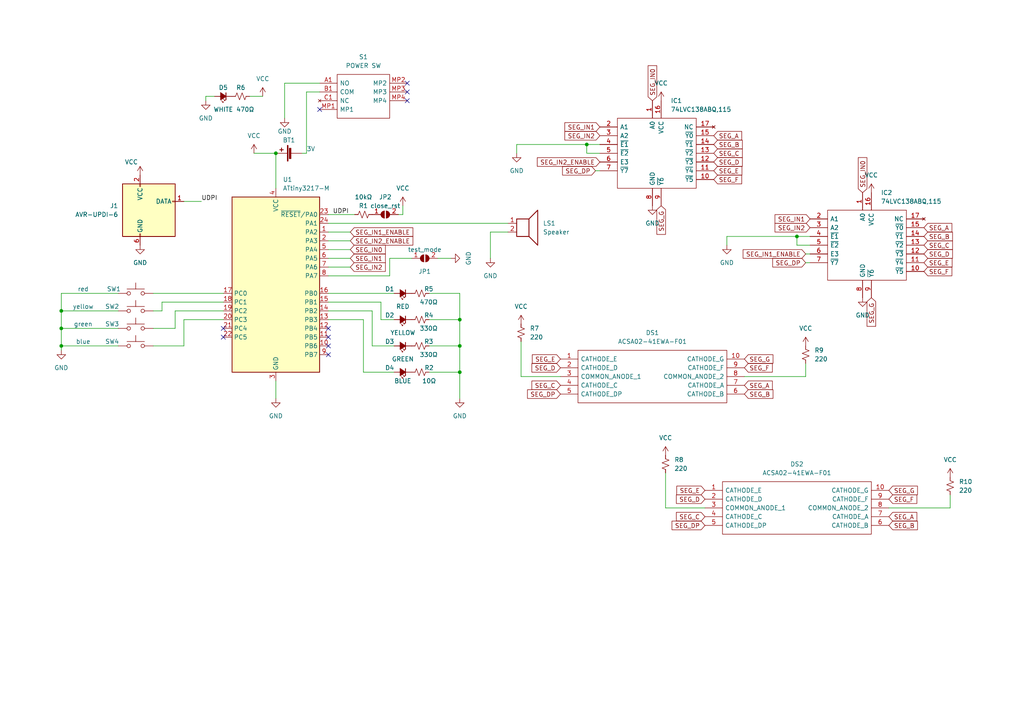
<source format=kicad_sch>
(kicad_sch (version 20211123) (generator eeschema)
  (paper "A4")
  (title_block (title "Simon Game") (date "2022-03-24") (company "by MIke Fischthal"))
  (lib_symbols
    (symbol "Connector:AVR-UPDI-6" (pin_names (offset 1.016))
      (property "Reference" "J" (at -6.35 8.89 0))
      (property "Value" "AVR-UPDI-6" (at 0 8.89 0))
      (symbol "AVR-UPDI-6_0_1"
        (rectangle (start -2.667 -6.858) (end -2.413 -7.62))
        (rectangle (start -2.667 7.62) (end -2.413 6.858))
        (rectangle (start 7.62 2.667) (end 6.858 2.413))
        (rectangle (start 7.62 7.62) (end -7.62 -7.62) (stroke (width 0.254)) (fill (type background)))
      )
      (symbol "AVR-UPDI-6_1_1"
        (pin passive line (at 10.16 2.54 180) (length 2.54) (name "DATA") (number "1"))
        (pin passive line (at -2.54 10.16 270) (length 2.54) (name "VCC") (number "2"))
        (pin no_connect line (at 7.62 0 180) (length 2.54) hide (name "NC") (number "3"))
        (pin no_connect line (at 7.62 -2.54 180) (length 2.54) hide (name "NC") (number "4"))
        (pin no_connect line (at 7.62 -5.08 180) (length 2.54) hide (name "NC") (number "5"))
        (pin passive line (at -2.54 -10.16 90) (length 2.54) (name "GND") (number "6"))
      )
    )
    (symbol "Device:Battery_Cell" (pin_numbers hide) (pin_names (offset 0) hide)
      (property "Reference" "BT" (at 2.54 2.54 0))
      (property "Value" "Battery_Cell" (at 2.54 0 0))
      (symbol "Battery_Cell_0_1"
        (rectangle (start -2.286 1.778) (end 2.286 1.524) (fill (type outline)))
        (rectangle (start -1.5748 1.1938) (end 1.4732 0.6858) (fill (type outline)))
        (polyline (pts (xy 0 0.762) (xy 0 0)))
        (polyline (pts (xy 0 1.778) (xy 0 2.54)))
        (polyline (pts (xy 0.508 3.429) (xy 1.524 3.429)) (stroke (width 0.254)))
        (polyline (pts (xy 1.016 3.937) (xy 1.016 2.921)) (stroke (width 0.254)))
      )
      (symbol "Battery_Cell_1_1"
        (pin passive line (at 0 5.08 270) (length 2.54) (name "+") (number "1"))
        (pin passive line (at 0 -2.54 90) (length 2.54) (name "-") (number "2"))
      )
    )
    (symbol "Device:LED_Small_Filled" (pin_numbers hide) (pin_names (offset 0.254) hide)
      (property "Reference" "D" (at -1.27 3.175 0))
      (property "Value" "LED_Small_Filled" (at -4.445 -2.54 0))
      (symbol "LED_Small_Filled_0_1"
        (polyline (pts (xy -0.762 -1.016) (xy -0.762 1.016)) (stroke (width 0.254)))
        (polyline (pts (xy 1.016 0) (xy -0.762 0)))
        (polyline (pts (xy 0.762 -1.016) (xy -0.762 0) (xy 0.762 1.016) (xy 0.762 -1.016)) (stroke (width 0.254)) (fill (type outline)))
        (polyline (pts (xy 0 0.762) (xy -0.508 1.27) (xy -0.254 1.27) (xy -0.508 1.27) (xy -0.508 1.016)))
        (polyline (pts (xy 0.508 1.27) (xy 0 1.778) (xy 0.254 1.778) (xy 0 1.778) (xy 0 1.524)))
      )
      (symbol "LED_Small_Filled_1_1"
        (pin passive line (at -2.54 0 0) (length 1.778) (name "K") (number "1"))
        (pin passive line (at 2.54 0 180) (length 1.778) (name "A") (number "2"))
      )
    )
    (symbol "Device:R_Small_US" (pin_numbers hide) (pin_names (offset 0.254) hide)
      (property "Reference" "R" (at 0.762 0.508 0))
      (property "Value" "R_Small_US" (at 0.762 -1.016 0))
      (symbol "R_Small_US_1_1"
        (polyline (pts (xy 0 0) (xy 1.016 -0.381) (xy 0 -0.762) (xy -1.016 -1.143) (xy 0 -1.524)))
        (polyline (pts (xy 0 1.524) (xy 1.016 1.143) (xy 0 0.762) (xy -1.016 0.381) (xy 0 0)))
        (pin passive line (at 0 2.54 270) (length 1.016) (name "~") (number "1"))
        (pin passive line (at 0 -2.54 90) (length 1.016) (name "~") (number "2"))
      )
    )
    (symbol "Device:Speaker" (pin_names (offset 0) hide)
      (property "Reference" "LS" (at 1.27 5.715 0))
      (property "Value" "Speaker" (at 1.27 3.81 0))
      (symbol "Speaker_0_0"
        (rectangle (start -2.54 1.27) (end 1.016 -3.81) (stroke (width 0.254)))
        (polyline (pts (xy 1.016 1.27) (xy 3.556 3.81) (xy 3.556 -6.35) (xy 1.016 -3.81)) (stroke (width 0.254)))
      )
      (symbol "Speaker_1_1"
        (pin input line (at -5.08 0 0) (length 2.54) (name "1") (number "1"))
        (pin input line (at -5.08 -2.54 0) (length 2.54) (name "2") (number "2"))
      )
    )
    (symbol "Jumper:SolderJumper_2_Open" (pin_names (offset 0) hide)
      (property "Reference" "JP" (at 0 2.032 0))
      (property "Value" "SolderJumper_2_Open" (at 0 -2.54 0))
      (symbol "SolderJumper_2_Open_0_1"
        (arc (start -0.254 1.016) (mid -1.27 0) (end -0.254 -1.016))
        (arc (start -0.254 1.016) (mid -1.27 0) (end -0.254 -1.016) (fill (type outline)))
        (polyline (pts (xy -0.254 1.016) (xy -0.254 -1.016)))
        (polyline (pts (xy 0.254 1.016) (xy 0.254 -1.016)))
        (arc (start 0.254 -1.016) (mid 1.27 0) (end 0.254 1.016))
        (arc (start 0.254 -1.016) (mid 1.27 0) (end 0.254 1.016) (fill (type outline)))
      )
      (symbol "SolderJumper_2_Open_1_1"
        (pin passive line (at -3.81 0 0) (length 2.54) (name "A") (number "1"))
        (pin passive line (at 3.81 0 180) (length 2.54) (name "B") (number "2"))
      )
    )
    (symbol "MCU_Microchip_ATtiny:ATtiny3217-M"
      (property "Reference" "U" (at -12.7 26.67 0))
      (property "Value" "ATtiny3217-M" (at 2.54 -26.67 0))
      (symbol "ATtiny3217-M_0_1"
        (rectangle (start -12.7 -25.4) (end 12.7 25.4) (stroke (width 0.254)) (fill (type background)))
      )
      (symbol "ATtiny3217-M_1_1"
        (pin bidirectional line (at 15.24 15.24 180) (length 2.54) (name "PA2") (number "1"))
        (pin bidirectional line (at 15.24 -17.78 180) (length 2.54) (name "PB6") (number "10"))
        (pin bidirectional line (at 15.24 -15.24 180) (length 2.54) (name "PB5") (number "11"))
        (pin bidirectional line (at 15.24 -12.7 180) (length 2.54) (name "PB4") (number "12"))
        (pin bidirectional line (at 15.24 -10.16 180) (length 2.54) (name "PB3") (number "13"))
        (pin bidirectional line (at 15.24 -7.62 180) (length 2.54) (name "PB2") (number "14"))
        (pin bidirectional line (at 15.24 -5.08 180) (length 2.54) (name "PB1") (number "15"))
        (pin bidirectional line (at 15.24 -2.54 180) (length 2.54) (name "PB0") (number "16"))
        (pin bidirectional line (at -15.24 -2.54 0) (length 2.54) (name "PC0") (number "17"))
        (pin bidirectional line (at -15.24 -5.08 0) (length 2.54) (name "PC1") (number "18"))
        (pin bidirectional line (at -15.24 -7.62 0) (length 2.54) (name "PC2") (number "19"))
        (pin bidirectional line (at 15.24 12.7 180) (length 2.54) (name "PA3") (number "2"))
        (pin bidirectional line (at -15.24 -10.16 0) (length 2.54) (name "PC3") (number "20"))
        (pin bidirectional line (at -15.24 -12.7 0) (length 2.54) (name "PC4") (number "21"))
        (pin bidirectional line (at -15.24 -15.24 0) (length 2.54) (name "PC5") (number "22"))
        (pin bidirectional line (at 15.24 20.32 180) (length 2.54) (name "~{RESET}/PA0") (number "23"))
        (pin bidirectional line (at 15.24 17.78 180) (length 2.54) (name "PA1") (number "24"))
        (pin passive line (at 0 -27.94 90) (length 2.54) hide (name "GND") (number "25"))
        (pin power_in line (at 0 -27.94 90) (length 2.54) (name "GND") (number "3"))
        (pin power_in line (at 0 27.94 270) (length 2.54) (name "VCC") (number "4"))
        (pin bidirectional line (at 15.24 10.16 180) (length 2.54) (name "PA4") (number "5"))
        (pin bidirectional line (at 15.24 7.62 180) (length 2.54) (name "PA5") (number "6"))
        (pin bidirectional line (at 15.24 5.08 180) (length 2.54) (name "PA6") (number "7"))
        (pin bidirectional line (at 15.24 2.54 180) (length 2.54) (name "PA7") (number "8"))
        (pin bidirectional line (at 15.24 -20.32 180) (length 2.54) (name "PB7") (number "9"))
      )
    )
    (symbol "SW_Push_1" (pin_numbers hide) (pin_names (offset 1.016) hide)
      (property "Reference" "SW1" (at -6.35 1.27 0))
      (property "Value" "red" (at -15.24 1.27 0))
      (symbol "SW_Push_1_0_1"
        (circle (center -2.032 0) (radius 0.508))
        (polyline (pts (xy 0 1.27) (xy 0 3.048)))
        (polyline (pts (xy 2.54 1.27) (xy -2.54 1.27)))
        (circle (center 2.032 0) (radius 0.508))
        (pin passive line (at 5.08 0 180) (length 2.54) (name "1") (number "1"))
        (pin passive line (at -5.08 0 0) (length 2.54) (name "1") (number "4"))
      )
    )
    (symbol "SW_Push_2" (pin_numbers hide) (pin_names (offset 1.016) hide)
      (property "Reference" "SW2" (at -8.89 1.27 0))
      (property "Value" "yellow" (at -15.24 1.27 0))
      (symbol "SW_Push_2_0_1"
        (circle (center -2.032 0) (radius 0.508))
        (polyline (pts (xy 0 1.27) (xy 0 3.048)))
        (polyline (pts (xy 2.54 1.27) (xy -2.54 1.27)))
        (circle (center 2.032 0) (radius 0.508))
        (pin passive line (at 5.08 0 180) (length 2.54) (name "2") (number "1"))
        (pin passive line (at -5.08 0 0) (length 2.54) (name "1") (number "4"))
      )
    )
    (symbol "SW_Push_3" (pin_numbers hide) (pin_names (offset 1.016) hide)
      (property "Reference" "SW3" (at -8.89 1.27 0))
      (property "Value" "green" (at -15.24 1.27 0))
      (symbol "SW_Push_3_0_1"
        (circle (center -2.032 0) (radius 0.508))
        (polyline (pts (xy 0 1.27) (xy 0 3.048)))
        (polyline (pts (xy 2.54 1.27) (xy -2.54 1.27)))
        (circle (center 2.032 0) (radius 0.508))
        (pin passive line (at 5.08 0 180) (length 2.54) (name "2") (number "1"))
        (pin passive line (at -5.08 0 0) (length 2.54) (name "1") (number "4"))
      )
    )
    (symbol "SamacSys_Parts:74LVC138ABQ,115" (pin_names (offset 0.762))
      (property "Reference" "IC" (at 26.67 15.24 0))
      (property "Value" "74LVC138ABQ,115" (at 26.67 12.7 0))
      (symbol "74LVC138ABQ,115_0_0"
        (pin passive line (at 0 -2.54 0) (length 5.08) (name "A0") (number "1"))
        (pin passive line (at 22.86 15.24 270) (length 5.08) (name "~{Y5}") (number "10"))
        (pin passive line (at 20.32 15.24 270) (length 5.08) (name "~{Y4}") (number "11"))
        (pin passive line (at 17.78 15.24 270) (length 5.08) (name "~{Y3}") (number "12"))
        (pin passive line (at 15.24 15.24 270) (length 5.08) (name "~{Y2}") (number "13"))
        (pin passive line (at 12.7 15.24 270) (length 5.08) (name "~{Y1}") (number "14"))
        (pin passive line (at 10.16 15.24 270) (length 5.08) (name "~{Y0}") (number "15"))
        (pin passive line (at 0 0 0) (length 5.08) (name "VCC") (number "16"))
        (pin no_connect line (at 7.62 15.24 270) (length 5.08) (name "NC") (number "17"))
        (pin passive line (at 7.62 -17.78 90) (length 5.08) (name "A1") (number "2"))
        (pin passive line (at 10.16 -17.78 90) (length 5.08) (name "A2") (number "3"))
        (pin passive line (at 12.7 -17.78 90) (length 5.08) (name "~{E1}") (number "4"))
        (pin passive line (at 15.24 -17.78 90) (length 5.08) (name "~{E2}") (number "5"))
        (pin passive line (at 17.78 -17.78 90) (length 5.08) (name "E3") (number "6"))
        (pin passive line (at 20.32 -17.78 90) (length 5.08) (name "~{Y7}") (number "7"))
        (pin passive line (at 30.48 -2.54 180) (length 5.08) (name "GND") (number "8"))
        (pin passive line (at 30.48 0 180) (length 5.08) (name "~{Y6}") (number "9"))
      )
      (symbol "74LVC138ABQ,115_0_1"
        (polyline (pts (xy 5.08 10.16) (xy 25.4 10.16) (xy 25.4 -12.7) (xy 5.08 -12.7) (xy 5.08 10.16)) (stroke (width 0.1524)))
      )
    )
    (symbol "SamacSys_Parts:ACSA02-41EWA-F01" (pin_names (offset 0.762))
      (property "Reference" "DS" (at 49.53 7.62 0))
      (property "Value" "ACSA02-41EWA-F01" (at 49.53 5.08 0))
      (symbol "ACSA02-41EWA-F01_0_0"
        (pin passive line (at 0 0 0) (length 5.08) (name "CATHODE_E") (number "1"))
        (pin passive line (at 53.34 0 180) (length 5.08) (name "CATHODE_G") (number "10"))
        (pin passive line (at 0 -2.54 0) (length 5.08) (name "CATHODE_D") (number "2"))
        (pin passive line (at 0 -5.08 0) (length 5.08) (name "COMMON_ANODE_1") (number "3"))
        (pin passive line (at 0 -7.62 0) (length 5.08) (name "CATHODE_C") (number "4"))
        (pin passive line (at 0 -10.16 0) (length 5.08) (name "CATHODE_DP") (number "5"))
        (pin passive line (at 53.34 -10.16 180) (length 5.08) (name "CATHODE_B") (number "6"))
        (pin passive line (at 53.34 -7.62 180) (length 5.08) (name "CATHODE_A") (number "7"))
        (pin passive line (at 53.34 -5.08 180) (length 5.08) (name "COMMON_ANODE_2") (number "8"))
        (pin passive line (at 53.34 -2.54 180) (length 5.08) (name "CATHODE_F") (number "9"))
      )
      (symbol "ACSA02-41EWA-F01_0_1"
        (polyline (pts (xy 5.08 2.54) (xy 48.26 2.54) (xy 48.26 -12.7) (xy 5.08 -12.7) (xy 5.08 2.54)) (stroke (width 0.1524)))
      )
    )
    (symbol "SamacSys_Parts:MSS3-V-T_R" (pin_names (offset 0.762))
      (property "Reference" "S" (at 21.59 7.62 0))
      (property "Value" "MSS3-V-T_R" (at 21.59 5.08 0))
      (symbol "MSS3-V-T_R_0_0"
        (pin passive line (at 0 0 0) (length 5.08) (name "NO") (number "A1"))
        (pin passive line (at 0 -2.54 0) (length 5.08) (name "COM") (number "B1"))
        (pin no_connect line (at 0 -5.08 0) (length 5.08) (name "NC") (number "C1"))
        (pin passive line (at 0 -7.62 0) (length 5.08) (name "MP1") (number "MP1"))
        (pin passive line (at 25.4 0 180) (length 5.08) (name "MP2") (number "MP2"))
        (pin passive line (at 25.4 -2.54 180) (length 5.08) (name "MP3") (number "MP3"))
        (pin passive line (at 25.4 -5.08 180) (length 5.08) (name "MP4") (number "MP4"))
      )
      (symbol "MSS3-V-T_R_0_1"
        (polyline (pts (xy 5.08 2.54) (xy 20.32 2.54) (xy 20.32 -10.16) (xy 5.08 -10.16) (xy 5.08 2.54)) (stroke (width 0.1524)))
      )
    )
    (symbol "Switch:SW_Push" (pin_numbers hide) (pin_names (offset 1.016) hide)
      (property "Reference" "SW4" (at -8.89 1.27 0))
      (property "Value" "blue" (at -15.24 1.27 0))
      (symbol "SW_Push_0_1"
        (circle (center -2.032 0) (radius 0.508))
        (polyline (pts (xy 0 1.27) (xy 0 3.048)))
        (polyline (pts (xy 2.54 1.27) (xy -2.54 1.27)))
        (circle (center 2.032 0) (radius 0.508))
        (pin passive line (at 5.08 0 180) (length 2.54) (name "2") (number "1"))
        (pin passive line (at -5.08 0 0) (length 2.54) (name "1") (number "4"))
      )
    )
    (symbol "power:GND" (power) (pin_names (offset 0))
      (property "Value" "GND" (at 0 -3.81 0))
      (symbol "GND_0_1"
        (polyline (pts (xy 0 0) (xy 0 -1.27) (xy 1.27 -1.27) (xy 0 -2.54) (xy -1.27 -1.27) (xy 0 -1.27)))
      )
      (symbol "GND_1_1"
        (pin power_in line (at 0 0 270) (length 0) hide (name "GND") (number "1"))
      )
    )
    (symbol "power:VCC" (power) (pin_names (offset 0))
      (property "Value" "VCC" (at 0 3.81 0))
      (symbol "VCC_0_1"
        (polyline (pts (xy -0.762 1.27) (xy 0 2.54)))
        (polyline (pts (xy 0 0) (xy 0 2.54)))
        (polyline (pts (xy 0 2.54) (xy 0.762 1.27)))
      )
      (symbol "VCC_1_1"
        (pin power_in line (at 0 0 90) (length 0) hide (name "VCC") (number "1"))
      )
    )
  )
  (junction (at 133.35 92.71))
  (junction (at 80.01 44.45))
  (junction (at 133.35 107.95))
  (junction (at 231.14 68.58))
  (junction (at 17.78 100.33))
  (junction (at 170.18 41.91))
  (junction (at 17.78 95.25))
  (junction (at 17.78 90.17))
  (junction (at 133.35 100.33))
  (no_connect (at 118.11 24.13))
  (no_connect (at 118.11 26.67))
  (no_connect (at 118.11 29.21))
  (no_connect (at 92.71 31.75))
  (no_connect (at 95.25 102.87))
  (no_connect (at 95.25 97.79))
  (no_connect (at 95.25 100.33))
  (no_connect (at 64.77 95.25))
  (no_connect (at 64.77 97.79))
  (no_connect (at 95.25 95.25))
  (wire (pts (xy 233.68 76.2) (xy 234.95 76.2)))
  (wire (pts (xy 95.25 62.23) (xy 102.87 62.23)))
  (wire (pts (xy 113.03 74.93) (xy 113.03 80.01)))
  (wire (pts (xy 95.25 77.47) (xy 101.6 77.47)))
  (wire (pts (xy 233.68 73.66) (xy 234.95 73.66)))
  (wire (pts (xy 95.25 69.85) (xy 101.6 69.85)))
  (wire (pts (xy 34.29 85.09) (xy 17.78 85.09)))
  (wire (pts (xy 124.46 107.95) (xy 133.35 107.95)))
  (wire (pts (xy 193.04 137.16) (xy 193.04 147.32)))
  (wire (pts (xy 105.41 107.95) (xy 114.3 107.95)))
  (wire (pts (xy 151.13 99.06) (xy 151.13 109.22)))
  (wire (pts (xy 95.25 64.77) (xy 147.32 64.77)))
  (wire (pts (xy 173.99 44.45) (xy 170.18 44.45)))
  (wire (pts (xy 116.84 62.23) (xy 115.57 62.23)))
  (wire (pts (xy 133.35 85.09) (xy 133.35 92.71)))
  (wire (pts (xy 64.77 87.63) (xy 46.99 87.63)))
  (wire (pts (xy 127 74.93) (xy 130.81 74.93)))
  (wire (pts (xy 95.25 67.31) (xy 101.6 67.31)))
  (wire (pts (xy 80.01 44.45) (xy 80.01 54.61)))
  (wire (pts (xy 73.66 44.45) (xy 80.01 44.45)))
  (wire (pts (xy 124.46 85.09) (xy 133.35 85.09)))
  (wire (pts (xy 53.34 100.33) (xy 44.45 100.33)))
  (wire (pts (xy 17.78 90.17) (xy 34.29 90.17)))
  (wire (pts (xy 172.72 49.53) (xy 173.99 49.53)))
  (wire (pts (xy 133.35 107.95) (xy 133.35 115.57)))
  (wire (pts (xy 80.01 110.49) (xy 80.01 115.57)))
  (wire (pts (xy 95.25 85.09) (xy 114.3 85.09)))
  (wire (pts (xy 110.49 92.71) (xy 114.3 92.71)))
  (wire (pts (xy 193.04 147.32) (xy 204.47 147.32)))
  (wire (pts (xy 95.25 87.63) (xy 110.49 87.63)))
  (wire (pts (xy 17.78 90.17) (xy 17.78 95.25)))
  (wire (pts (xy 231.14 68.58) (xy 234.95 68.58)))
  (wire (pts (xy 234.95 71.12) (xy 231.14 71.12)))
  (wire (pts (xy 170.18 41.91) (xy 173.99 41.91)))
  (wire (pts (xy 231.14 71.12) (xy 231.14 68.58)))
  (wire (pts (xy 17.78 95.25) (xy 17.78 100.33)))
  (wire (pts (xy 95.25 74.93) (xy 101.6 74.93)))
  (wire (pts (xy 17.78 85.09) (xy 17.78 90.17)))
  (wire (pts (xy 17.78 100.33) (xy 17.78 101.6)))
  (wire (pts (xy 149.86 41.91) (xy 170.18 41.91)))
  (wire (pts (xy 105.41 92.71) (xy 105.41 107.95)))
  (wire (pts (xy 87.63 44.45) (xy 88.9 44.45)))
  (wire (pts (xy 215.9 109.22) (xy 233.68 109.22)))
  (wire (pts (xy 95.25 90.17) (xy 107.95 90.17)))
  (wire (pts (xy 210.82 68.58) (xy 210.82 71.12)))
  (wire (pts (xy 107.95 90.17) (xy 107.95 100.33)))
  (wire (pts (xy 170.18 44.45) (xy 170.18 41.91)))
  (wire (pts (xy 110.49 87.63) (xy 110.49 92.71)))
  (wire (pts (xy 116.84 59.69) (xy 116.84 62.23)))
  (wire (pts (xy 92.71 26.67) (xy 88.9 26.67)))
  (wire (pts (xy 133.35 92.71) (xy 133.35 100.33)))
  (wire (pts (xy 107.95 100.33) (xy 114.3 100.33)))
  (wire (pts (xy 53.34 92.71) (xy 53.34 100.33)))
  (wire (pts (xy 46.99 87.63) (xy 46.99 90.17)))
  (wire (pts (xy 17.78 95.25) (xy 34.29 95.25)))
  (wire (pts (xy 210.82 68.58) (xy 231.14 68.58)))
  (wire (pts (xy 50.8 90.17) (xy 64.77 90.17)))
  (wire (pts (xy 88.9 26.67) (xy 88.9 44.45)))
  (wire (pts (xy 124.46 92.71) (xy 133.35 92.71)))
  (wire (pts (xy 95.25 72.39) (xy 101.6 72.39)))
  (wire (pts (xy 233.68 109.22) (xy 233.68 105.41)))
  (wire (pts (xy 257.81 147.32) (xy 275.59 147.32)))
  (wire (pts (xy 82.55 24.13) (xy 82.55 34.29)))
  (wire (pts (xy 124.46 100.33) (xy 133.35 100.33)))
  (wire (pts (xy 95.25 92.71) (xy 105.41 92.71)))
  (wire (pts (xy 147.32 67.31) (xy 142.24 67.31)))
  (wire (pts (xy 113.03 80.01) (xy 95.25 80.01)))
  (wire (pts (xy 92.71 24.13) (xy 82.55 24.13)))
  (wire (pts (xy 50.8 95.25) (xy 50.8 90.17)))
  (wire (pts (xy 44.45 95.25) (xy 50.8 95.25)))
  (wire (pts (xy 151.13 109.22) (xy 162.56 109.22)))
  (wire (pts (xy 62.23 27.94) (xy 59.69 27.94)))
  (wire (pts (xy 142.24 67.31) (xy 142.24 74.93)))
  (wire (pts (xy 44.45 85.09) (xy 64.77 85.09)))
  (wire (pts (xy 53.34 58.42) (xy 58.42 58.42)))
  (wire (pts (xy 46.99 90.17) (xy 44.45 90.17)))
  (wire (pts (xy 275.59 147.32) (xy 275.59 143.51)))
  (wire (pts (xy 72.39 27.94) (xy 76.2 27.94)))
  (wire (pts (xy 64.77 92.71) (xy 53.34 92.71)))
  (wire (pts (xy 59.69 27.94) (xy 59.69 29.21)))
  (wire (pts (xy 133.35 100.33) (xy 133.35 107.95)))
  (wire (pts (xy 113.03 74.93) (xy 119.38 74.93)))
  (wire (pts (xy 149.86 41.91) (xy 149.86 44.45)))
  (wire (pts (xy 17.78 100.33) (xy 34.29 100.33)))
  (label "UDPI" (at 58.42 58.42 0))
  (label "UDPI" (at 96.52 62.23 0))
  (global_label "SEG_A" (shape input) (at 257.81 149.86 0) (property "Intersheet References" "${INTERSHEET_REFS}" (effects hide)))
  (global_label "SEG_A" (shape input) (at 207.01 39.37 0) (property "Intersheet References" "${INTERSHEET_REFS}" (effects hide)))
  (global_label "SEG_G" (shape input) (at 252.73 86.36 270) (property "Intersheet References" "${INTERSHEET_REFS}" (effects hide)))
  (global_label "SEG_F" (shape input) (at 257.81 144.78 0) (property "Intersheet References" "${INTERSHEET_REFS}" (effects hide)))
  (global_label "SEG_A" (shape input) (at 215.9 111.76 0) (property "Intersheet References" "${INTERSHEET_REFS}" (effects hide)))
  (global_label "SEG_DP" (shape input) (at 162.56 114.3 180) (property "Intersheet References" "${INTERSHEET_REFS}" (effects hide)))
  (global_label "SEG_DP" (shape input) (at 233.68 76.2 180) (property "Intersheet References" "${INTERSHEET_REFS}" (effects hide)))
  (global_label "SEG_G" (shape input) (at 215.9 104.14 0) (property "Intersheet References" "${INTERSHEET_REFS}" (effects hide)))
  (global_label "SEG_B" (shape input) (at 207.01 41.91 0) (property "Intersheet References" "${INTERSHEET_REFS}" (effects hide)))
  (global_label "SEG_D" (shape input) (at 204.47 144.78 180) (property "Intersheet References" "${INTERSHEET_REFS}" (effects hide)))
  (global_label "SEG_IN1_ENABLE" (shape input) (at 233.68 73.66 180) (property "Intersheet References" "${INTERSHEET_REFS}" (effects hide)))
  (global_label "SEG_IN0" (shape input) (at 250.19 55.88 90) (property "Intersheet References" "${INTERSHEET_REFS}" (effects hide)))
  (global_label "SEG_D" (shape input) (at 207.01 46.99 0) (property "Intersheet References" "${INTERSHEET_REFS}" (effects hide)))
  (global_label "SEG_IN2_ENABLE" (shape input) (at 101.6 69.85 0) (property "Intersheet References" "${INTERSHEET_REFS}" (effects hide)))
  (global_label "SEG_D" (shape input) (at 162.56 106.68 180) (property "Intersheet References" "${INTERSHEET_REFS}" (effects hide)))
  (global_label "SEG_A" (shape input) (at 267.97 66.04 0) (property "Intersheet References" "${INTERSHEET_REFS}" (effects hide)))
  (global_label "SEG_IN1" (shape input) (at 234.95 63.5 180) (property "Intersheet References" "${INTERSHEET_REFS}" (effects hide)))
  (global_label "SEG_IN1" (shape input) (at 173.99 36.83 180) (property "Intersheet References" "${INTERSHEET_REFS}" (effects hide)))
  (global_label "SEG_E" (shape input) (at 207.01 49.53 0) (property "Intersheet References" "${INTERSHEET_REFS}" (effects hide)))
  (global_label "SEG_IN1_ENABLE" (shape input) (at 101.6 67.31 0) (property "Intersheet References" "${INTERSHEET_REFS}" (effects hide)))
  (global_label "SEG_E" (shape input) (at 162.56 104.14 180) (property "Intersheet References" "${INTERSHEET_REFS}" (effects hide)))
  (global_label "SEG_F" (shape input) (at 207.01 52.07 0) (property "Intersheet References" "${INTERSHEET_REFS}" (effects hide)))
  (global_label "SEG_C" (shape input) (at 267.97 71.12 0) (property "Intersheet References" "${INTERSHEET_REFS}" (effects hide)))
  (global_label "SEG_G" (shape input) (at 257.81 142.24 0) (property "Intersheet References" "${INTERSHEET_REFS}" (effects hide)))
  (global_label "SEG_IN2_ENABLE" (shape input) (at 173.99 46.99 180) (property "Intersheet References" "${INTERSHEET_REFS}" (effects hide)))
  (global_label "SEG_DP" (shape input) (at 172.72 49.53 180) (property "Intersheet References" "${INTERSHEET_REFS}" (effects hide)))
  (global_label "SEG_IN1" (shape input) (at 101.6 74.93 0) (property "Intersheet References" "${INTERSHEET_REFS}" (effects hide)))
  (global_label "SEG_F" (shape input) (at 267.97 78.74 0) (property "Intersheet References" "${INTERSHEET_REFS}" (effects hide)))
  (global_label "SEG_E" (shape input) (at 267.97 76.2 0) (property "Intersheet References" "${INTERSHEET_REFS}" (effects hide)))
  (global_label "SEG_B" (shape input) (at 257.81 152.4 0) (property "Intersheet References" "${INTERSHEET_REFS}" (effects hide)))
  (global_label "SEG_F" (shape input) (at 215.9 106.68 0) (property "Intersheet References" "${INTERSHEET_REFS}" (effects hide)))
  (global_label "SEG_B" (shape input) (at 215.9 114.3 0) (property "Intersheet References" "${INTERSHEET_REFS}" (effects hide)))
  (global_label "SEG_C" (shape input) (at 207.01 44.45 0) (property "Intersheet References" "${INTERSHEET_REFS}" (effects hide)))
  (global_label "SEG_IN2" (shape input) (at 101.6 77.47 0) (property "Intersheet References" "${INTERSHEET_REFS}" (effects hide)))
  (global_label "SEG_G" (shape input) (at 191.77 59.69 270) (property "Intersheet References" "${INTERSHEET_REFS}" (effects hide)))
  (global_label "SEG_E" (shape input) (at 204.47 142.24 180) (property "Intersheet References" "${INTERSHEET_REFS}" (effects hide)))
  (global_label "SEG_IN2" (shape input) (at 173.99 39.37 180) (property "Intersheet References" "${INTERSHEET_REFS}" (effects hide)))
  (global_label "SEG_IN0" (shape input) (at 101.6 72.39 0) (property "Intersheet References" "${INTERSHEET_REFS}" (effects hide)))
  (global_label "SEG_IN2" (shape input) (at 234.95 66.04 180) (property "Intersheet References" "${INTERSHEET_REFS}" (effects hide)))
  (global_label "SEG_D" (shape input) (at 267.97 73.66 0) (property "Intersheet References" "${INTERSHEET_REFS}" (effects hide)))
  (global_label "SEG_DP" (shape input) (at 204.47 152.4 180) (property "Intersheet References" "${INTERSHEET_REFS}" (effects hide)))
  (global_label "SEG_C" (shape input) (at 162.56 111.76 180) (property "Intersheet References" "${INTERSHEET_REFS}" (effects hide)))
  (global_label "SEG_IN0" (shape input) (at 189.23 29.21 90) (property "Intersheet References" "${INTERSHEET_REFS}" (effects hide)))
  (global_label "SEG_C" (shape input) (at 204.47 149.86 180) (property "Intersheet References" "${INTERSHEET_REFS}" (effects hide)))
  (global_label "SEG_B" (shape input) (at 267.97 68.58 0) (property "Intersheet References" "${INTERSHEET_REFS}" (effects hide)))
  (symbol (lib_name "SW_Push_3") (lib_id "Switch:SW_Push") (at 39.37 95.25 0) (unit 1)
    (property "Reference" "SW3" (at 30.48 93.98 0) (effects (justify left)))
    (property "Value" "green" (at 24.13 93.98 0))
    (property "Footprint" "SamacSys_Parts:FSM4JSMATR" (effects hide))
  )
  (symbol (lib_id "Device:LED_Small_Filled") (at 116.84 100.33 180) (unit 1)
    (property "Reference" "D3" (at 113.03 99.06 0))
    (property "Value" "GREEN" (at 116.84 104.14 0))
    (property "Footprint" "LED_SMD:LED_1206_3216Metric_Pad1.42x1.75mm_HandSolder" (effects hide))
  )
  (symbol (lib_id "Device:LED_Small_Filled") (at 116.84 85.09 180) (unit 1)
    (property "Reference" "D1" (at 113.03 83.82 0))
    (property "Value" "RED" (at 116.84 88.9 0))
    (property "Footprint" "LED_SMD:LED_1206_3216Metric_Pad1.42x1.75mm_HandSolder" (effects hide))
  )
  (symbol (lib_id "power:GND") (at 189.23 59.69 0) (unit 1)
    (property "Reference" "#PWR012" (effects hide))
    (property "Value" "GND" (at 189.23 64.77 0))
  )
  (symbol (lib_id "MCU_Microchip_ATtiny:ATtiny3217-M") (at 80.01 82.55 0) (unit 1)
    (property "Reference" "U1" (at 82.0294 52.07 0) (effects (justify left)))
    (property "Value" "ATtiny3217-M" (at 82.0294 54.61 0) (effects (justify left)))
    (property "Footprint" "Package_DFN_QFN:QFN-24-1EP_4x4mm_P0.5mm_EP2.6x2.6mm" (effects hide))
    (property "Datasheet" "http://ww1.microchip.com/downloads/en/DeviceDoc/ATtiny3217_1617-Data-Sheet-40001999B.pdf" (effects hide))
  )
  (symbol (lib_id "Device:R_Small_US") (at 151.13 96.52 0) (unit 1)
    (property "Reference" "R7" (at 153.67 95.2499 0) (effects (justify left)))
    (property "Value" "220" (at 153.67 97.7899 0) (effects (justify left)))
    (property "Footprint" "Resistor_SMD:R_1206_3216Metric" (effects hide))
  )
  (symbol (lib_id "power:VCC") (at 73.66 44.45 0) (unit 1)
    (property "Reference" "#PWR0101" (effects hide))
    (property "Value" "VCC" (at 73.66 39.37 0))
  )
  (symbol (lib_id "Jumper:SolderJumper_2_Open") (at 123.19 74.93 0) (unit 1)
    (property "Reference" "JP1" (at 123.19 78.74 0))
    (property "Value" "test_mode" (at 123.19 72.39 0))
    (property "Footprint" "Jumper:SolderJumper-2_P1.3mm_Open_Pad1.0x1.5mm" (effects hide))
  )
  (symbol (lib_id "Device:LED_Small_Filled") (at 116.84 92.71 180) (unit 1)
    (property "Reference" "D2" (at 113.03 91.44 0))
    (property "Value" "YELLOW" (at 116.84 96.52 0))
    (property "Footprint" "LED_SMD:LED_1206_3216Metric_Pad1.42x1.75mm_HandSolder" (effects hide))
  )
  (symbol (lib_id "SamacSys_Parts:ACSA02-41EWA-F01") (at 162.56 104.14 0) (unit 1)
    (property "Reference" "DS1" (at 189.23 96.52 0))
    (property "Value" "ACSA02-41EWA-F01" (at 189.23 99.06 0))
    (property "Footprint" "SamacSys_Parts:ACSA0241EWAF01" (effects hide))
    (property "Description" "LED Displays & Accessories HI EFF RED DIFFUSED 1 DIGIT" (effects hide))
    (property "Height" "3.25" (effects hide))
    (property "Mouser Part Number" "604-ACSA02-41EWA" (effects hide))
    (property "Mouser Price/Stock" "https://www.mouser.com/Search/Refine.aspx?Keyword=604-ACSA02-41EWA" (effects hide))
    (property "Manufacturer_Name" "Kingbright" (effects hide))
    (property "Manufacturer_Part_Number" "ACSA02-41EWA-F01" (effects hide))
  )
  (symbol (lib_id "power:VCC") (at 193.04 132.08 0) (unit 1)
    (property "Reference" "#PWR014" (effects hide))
    (property "Value" "VCC" (at 193.04 127 0))
  )
  (symbol (lib_id "power:VCC") (at 40.64 50.8 0) (unit 1)
    (property "Reference" "#PWR0103" (effects hide))
    (property "Value" "VCC" (at 38.1 46.99 0))
  )
  (symbol (lib_id "power:GND") (at 142.24 74.93 0) (unit 1)
    (property "Reference" "#PWR06" (effects hide))
    (property "Value" "GND" (at 142.24 80.01 0))
  )
  (symbol (lib_id "SamacSys_Parts:ACSA02-41EWA-F01") (at 204.47 142.24 0) (unit 1)
    (property "Reference" "DS2" (at 231.14 134.62 0))
    (property "Value" "ACSA02-41EWA-F01" (at 231.14 137.16 0))
    (property "Footprint" "SamacSys_Parts:ACSA0241EWAF01" (effects hide))
    (property "Description" "LED Displays & Accessories HI EFF RED DIFFUSED 1 DIGIT" (effects hide))
    (property "Height" "3.25" (effects hide))
    (property "Mouser Part Number" "604-ACSA02-41EWA" (effects hide))
    (property "Mouser Price/Stock" "https://www.mouser.com/Search/Refine.aspx?Keyword=604-ACSA02-41EWA" (effects hide))
    (property "Manufacturer_Name" "Kingbright" (effects hide))
    (property "Manufacturer_Part_Number" "ACSA02-41EWA-F01" (effects hide))
  )
  (symbol (lib_id "Device:R_Small_US") (at 233.68 102.87 0) (unit 1)
    (property "Reference" "R9" (at 236.22 101.5999 0) (effects (justify left)))
    (property "Value" "220" (at 236.22 104.1399 0) (effects (justify left)))
    (property "Footprint" "Resistor_SMD:R_1206_3216Metric" (effects hide))
  )
  (symbol (lib_id "power:VCC") (at 191.77 29.21 0) (unit 1)
    (property "Reference" "#PWR013" (effects hide))
    (property "Value" "VCC" (at 191.77 24.13 0))
  )
  (symbol (lib_id "SamacSys_Parts:74LVC138ABQ,115") (at 252.73 55.88 270) (unit 1)
    (property "Reference" "IC2" (at 255.4987 55.88 90) (effects (justify left)))
    (property "Value" "74LVC138ABQ,115" (at 255.4987 58.42 90) (effects (justify left)))
    (property "Footprint" "SamacSys_Parts:74AHCT595BQ115" (effects hide))
    (property "Datasheet" "https://assets.nexperia.com/documents/data-sheet/74LVC138A.pdf" (effects hide))
    (property "Description" "NXP 74LVC138ABQ,115, Decoder, Demultiplexer, 1-of-8, Inverting, 1.2  3.6 V, 16-Pin DHVQFN" (effects hide))
    (property "Height" "1" (effects hide))
    (property "Mouser Part Number" "771-LVC138ABQ115" (effects hide))
    (property "Mouser Price/Stock" "https://www.mouser.co.uk/ProductDetail/Nexperia/74LVC138ABQ115?qs=me8TqzrmIYUqHGpwzmLq4w%3D%3D" (effects hide))
    (property "Manufacturer_Name" "Nexperia" (effects hide))
    (property "Manufacturer_Part_Number" "74LVC138ABQ,115" (effects hide))
  )
  (symbol (lib_id "power:GND") (at 59.69 29.21 0) (unit 1)
    (property "Reference" "#PWR08" (effects hide))
    (property "Value" "GND" (at 59.69 34.29 0))
  )
  (symbol (lib_id "Device:LED_Small_Filled") (at 64.77 27.94 180) (unit 1)
    (property "Reference" "D5" (at 64.77 25.4 0))
    (property "Value" "WHITE" (at 64.77 31.75 0))
    (property "Footprint" "LED_SMD:LED_1206_3216Metric_Pad1.42x1.75mm_HandSolder" (effects hide))
  )
  (symbol (lib_id "Jumper:SolderJumper_2_Open") (at 111.76 62.23 0) (unit 1)
    (property "Reference" "JP2" (at 111.76 57.15 0))
    (property "Value" "close_rst" (at 111.76 59.69 0))
    (property "Footprint" "Jumper:SolderJumper-2_P1.3mm_Open_Pad1.0x1.5mm" (effects hide))
  )
  (symbol (lib_id "power:GND") (at 130.81 74.93 90) (unit 1)
    (property "Reference" "#PWR010" (effects hide))
    (property "Value" "GND" (at 135.89 74.93 0))
  )
  (symbol (lib_id "Device:R_Small_US") (at 121.92 85.09 90) (unit 1)
    (property "Reference" "R5" (at 125.73 83.82 90) (effects (justify left)))
    (property "Value" "470Ω" (at 127 87.63 90) (effects (justify left)))
    (property "Footprint" "Resistor_SMD:R_1206_3216Metric_Pad1.30x1.75mm_HandSolder" (effects hide))
  )
  (symbol (lib_id "SamacSys_Parts:74LVC138ABQ,115") (at 191.77 29.21 270) (unit 1)
    (property "Reference" "IC1" (at 194.5387 29.21 90) (effects (justify left)))
    (property "Value" "74LVC138ABQ,115" (at 194.5387 31.75 90) (effects (justify left)))
    (property "Footprint" "SamacSys_Parts:74AHCT595BQ115" (effects hide))
    (property "Datasheet" "https://assets.nexperia.com/documents/data-sheet/74LVC138A.pdf" (effects hide))
    (property "Description" "NXP 74LVC138ABQ,115, Decoder, Demultiplexer, 1-of-8, Inverting, 1.2  3.6 V, 16-Pin DHVQFN" (effects hide))
    (property "Height" "1" (effects hide))
    (property "Mouser Part Number" "771-LVC138ABQ115" (effects hide))
    (property "Mouser Price/Stock" "https://www.mouser.co.uk/ProductDetail/Nexperia/74LVC138ABQ115?qs=me8TqzrmIYUqHGpwzmLq4w%3D%3D" (effects hide))
    (property "Manufacturer_Name" "Nexperia" (effects hide))
    (property "Manufacturer_Part_Number" "74LVC138ABQ,115" (effects hide))
  )
  (symbol (lib_id "SamacSys_Parts:MSS3-V-T_R") (at 92.71 24.13 0) (unit 1)
    (property "Reference" "S1" (at 105.41 16.51 0))
    (property "Value" "POWER SW" (at 105.41 19.05 0))
    (property "Footprint" "SamacSys_Parts:MSS3VTR" (effects hide))
    (property "Datasheet" "http://www.dip.com.tw/en/en-product-information/en-switch005/item/download/2643_3624e6da26abd0f9c3465d69564276ea" (effects hide))
    (property "Description" "Slide Switches Slide Type 1P2T (1.4mm height)" (effects hide))
    (property "Height" "1.4" (effects hide))
    (property "Mouser Part Number" "113-MSS3-V-T/R" (effects hide))
    (property "Mouser Price/Stock" "https://www.mouser.co.uk/ProductDetail/Diptronics/MSS3-V-T-R?qs=gTYE2QTfZfRmNWRHol8f8A%3D%3D" (effects hide))
    (property "Manufacturer_Name" "Diptronics" (effects hide))
    (property "Manufacturer_Part_Number" "MSS3-V-T/R" (effects hide))
  )
  (symbol (lib_id "power:GND") (at 40.64 71.12 0) (unit 1)
    (property "Reference" "#PWR0102" (effects hide))
    (property "Value" "GND" (at 40.64 76.2 0))
  )
  (symbol (lib_id "Device:R_Small_US") (at 69.85 27.94 270) (unit 1)
    (property "Reference" "R6" (at 69.85 25.4 90))
    (property "Value" "470Ω" (at 71.12 31.75 90))
    (property "Footprint" "Resistor_SMD:R_1206_3216Metric_Pad1.30x1.75mm_HandSolder" (effects hide))
  )
  (symbol (lib_id "Device:Speaker") (at 152.4 64.77 0) (unit 1)
    (property "Reference" "LS1" (at 157.48 64.7699 0) (effects (justify left)))
    (property "Value" "Speaker" (at 157.48 67.3099 0) (effects (justify left)))
    (property "Footprint" "SamacSys_Parts:CPT111783SMTTR" (effects hide))
  )
  (symbol (lib_id "power:VCC") (at 76.2 27.94 0) (unit 1)
    (property "Reference" "#PWR09" (effects hide))
    (property "Value" "VCC" (at 76.2 22.86 0))
  )
  (symbol (lib_id "power:GND") (at 210.82 71.12 0) (unit 1)
    (property "Reference" "#PWR015" (effects hide))
    (property "Value" "GND" (at 210.82 76.2 0))
  )
  (symbol (lib_id "Device:R_Small_US") (at 193.04 134.62 0) (unit 1)
    (property "Reference" "R8" (at 195.58 133.3499 0) (effects (justify left)))
    (property "Value" "220" (at 195.58 135.8899 0) (effects (justify left)))
    (property "Footprint" "Resistor_SMD:R_1206_3216Metric" (effects hide))
  )
  (symbol (lib_id "Device:R_Small_US") (at 105.41 62.23 270) (unit 1)
    (property "Reference" "R1" (at 105.41 59.69 90))
    (property "Value" "10kΩ" (at 105.41 57.15 90))
    (property "Footprint" "Resistor_SMD:R_1206_3216Metric_Pad1.30x1.75mm_HandSolder" (effects hide))
  )
  (symbol (lib_id "Device:R_Small_US") (at 121.92 92.71 90) (unit 1)
    (property "Reference" "R4" (at 125.73 91.44 90) (effects (justify left)))
    (property "Value" "330Ω" (at 127 95.25 90) (effects (justify left)))
    (property "Footprint" "Resistor_SMD:R_1206_3216Metric_Pad1.30x1.75mm_HandSolder" (effects hide))
  )
  (symbol (lib_id "power:GND") (at 80.01 115.57 0) (unit 1)
    (property "Reference" "#PWR02" (effects hide))
    (property "Value" "GND" (at 80.01 120.65 0))
  )
  (symbol (lib_id "power:GND") (at 149.86 44.45 0) (unit 1)
    (property "Reference" "#PWR07" (effects hide))
    (property "Value" "GND" (at 149.86 49.53 0))
  )
  (symbol (lib_id "Device:R_Small_US") (at 121.92 100.33 90) (unit 1)
    (property "Reference" "R3" (at 125.73 99.06 90) (effects (justify left)))
    (property "Value" "330Ω" (at 127 102.87 90) (effects (justify left)))
    (property "Footprint" "Resistor_SMD:R_1206_3216Metric_Pad1.30x1.75mm_HandSolder" (effects hide))
  )
  (symbol (lib_id "power:VCC") (at 275.59 138.43 0) (unit 1)
    (property "Reference" "#PWR019" (effects hide))
    (property "Value" "VCC" (at 275.59 133.35 0))
  )
  (symbol (lib_id "power:VCC") (at 151.13 93.98 0) (unit 1)
    (property "Reference" "#PWR011" (effects hide))
    (property "Value" "VCC" (at 151.13 88.9 0))
  )
  (symbol (lib_id "Device:LED_Small_Filled") (at 116.84 107.95 180) (unit 1)
    (property "Reference" "D4" (at 113.03 106.68 0))
    (property "Value" "BLUE" (at 116.84 110.49 0))
    (property "Footprint" "LED_SMD:LED_1206_3216Metric_Pad1.42x1.75mm_HandSolder" (effects hide))
  )
  (symbol (lib_id "Device:Battery_Cell") (at 85.09 44.45 90) (unit 1)
    (property "Reference" "BT1" (at 83.82 40.64 90))
    (property "Value" "3V" (at 90.17 43.18 90))
    (property "Footprint" "SamacSys_Parts:SMTU2032LF" (effects hide))
  )
  (symbol (lib_id "power:GND") (at 133.35 115.57 0) (unit 1)
    (property "Reference" "#PWR03" (effects hide))
    (property "Value" "GND" (at 133.35 120.65 0))
  )
  (symbol (lib_id "Device:R_Small_US") (at 121.92 107.95 270) (unit 1)
    (property "Reference" "R2" (at 124.46 106.68 90))
    (property "Value" "10Ω" (at 124.46 110.49 90))
    (property "Footprint" "Resistor_SMD:R_1206_3216Metric_Pad1.30x1.75mm_HandSolder" (effects hide))
  )
  (symbol (lib_id "power:GND") (at 17.78 101.6 0) (unit 1)
    (property "Reference" "#PWR05" (effects hide))
    (property "Value" "GND" (at 17.78 106.68 0))
  )
  (symbol (lib_id "Connector:AVR-UPDI-6") (at 43.18 60.96 0) (unit 1)
    (property "Reference" "J1" (at 34.29 59.6899 0) (effects (justify right)))
    (property "Value" "AVR-UPDI-6" (at 34.29 62.2299 0) (effects (justify right)))
    (property "Footprint" "Connector_PinHeader_2.54mm:PinHeader_2x03_P2.54mm_Horizontal" (effects hide))
    (property "Datasheet" "https://www.microchip.com/webdoc/GUID-9D10622A-5C16-4405-B092-1BDD437B4976/index.html?GUID-9B349315-2842-4189-B88C-49F4E1055D7F" (effects hide))
  )
  (symbol (lib_id "Device:R_Small_US") (at 275.59 140.97 0) (unit 1)
    (property "Reference" "R10" (at 278.13 139.6999 0) (effects (justify left)))
    (property "Value" "220" (at 278.13 142.2399 0) (effects (justify left)))
    (property "Footprint" "Resistor_SMD:R_1206_3216Metric" (effects hide))
  )
  (symbol (lib_id "power:GND") (at 82.55 34.29 0) (unit 1)
    (property "Reference" "#PWR01" (effects hide))
    (property "Value" "GND" (at 82.55 38.1 0))
  )
  (symbol (lib_id "power:VCC") (at 116.84 59.69 0) (unit 1)
    (property "Reference" "#PWR04" (effects hide))
    (property "Value" "VCC" (at 116.84 54.61 0))
  )
  (symbol (lib_id "Switch:SW_Push") (at 39.37 100.33 0) (unit 1)
    (property "Reference" "SW4" (at 30.48 99.06 0) (effects (justify left)))
    (property "Value" "blue" (at 24.13 99.06 0))
    (property "Footprint" "SamacSys_Parts:FSM4JSMATR" (effects hide))
  )
  (symbol (lib_id "power:VCC") (at 252.73 55.88 0) (unit 1)
    (property "Reference" "#PWR018" (effects hide))
    (property "Value" "VCC" (at 252.73 50.8 0))
  )
  (symbol (lib_name "SW_Push_1") (lib_id "Switch:SW_Push") (at 39.37 85.09 0) (unit 1)
    (property "Reference" "SW1" (at 33.02 83.82 0))
    (property "Value" "red" (at 24.13 83.82 0))
    (property "Footprint" "SamacSys_Parts:FSM4JSMATR" (effects hide))
  )
  (symbol (lib_id "power:GND") (at 250.19 86.36 0) (unit 1)
    (property "Reference" "#PWR017" (effects hide))
    (property "Value" "GND" (at 250.19 91.44 0))
  )
  (symbol (lib_id "power:VCC") (at 233.68 100.33 0) (unit 1)
    (property "Reference" "#PWR016" (effects hide))
    (property "Value" "VCC" (at 233.68 95.25 0))
  )
  (symbol (lib_name "SW_Push_2") (lib_id "Switch:SW_Push") (at 39.37 90.17 0) (unit 1)
    (property "Reference" "SW2" (at 30.48 88.9 0) (effects (justify left)))
    (property "Value" "yellow" (at 24.13 88.9 0))
    (property "Footprint" "SamacSys_Parts:FSM4JSMATR" (effects hide))
  )
)
</source>
